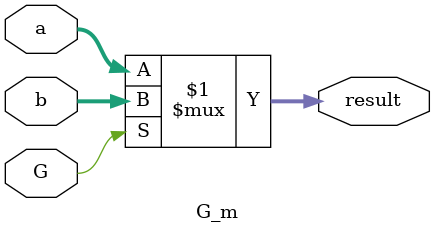
<source format=sv>
module G_m(
  output logic [31:0] result,
  input [31:0] a,
  input [31:0] b,
  input G
  );

  assign result = (G) ? b : a;

endmodule

</source>
